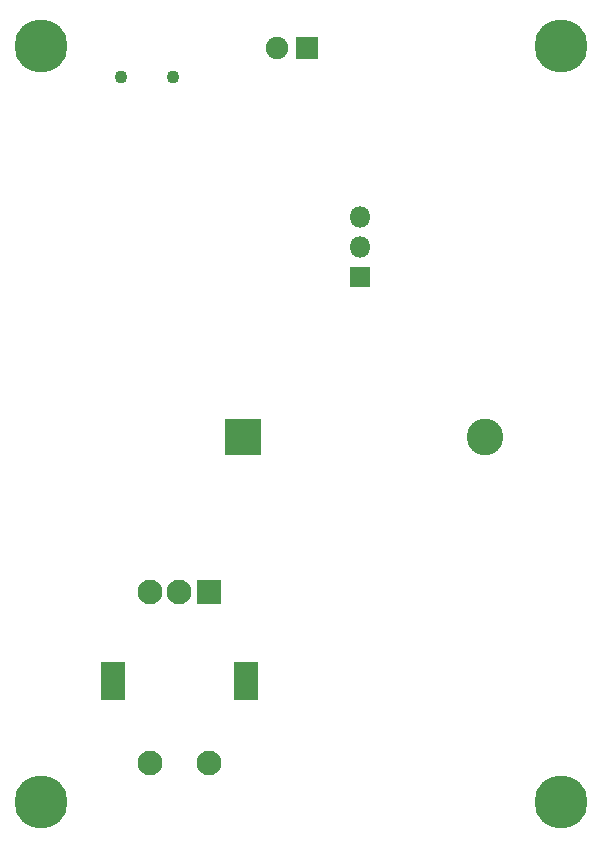
<source format=gbs>
%TF.GenerationSoftware,KiCad,Pcbnew,(5.1.6-0-10_14)*%
%TF.CreationDate,2020-07-28T22:12:12-04:00*%
%TF.ProjectId,uRemote,7552656d-6f74-4652-9e6b-696361645f70,rev?*%
%TF.SameCoordinates,Original*%
%TF.FileFunction,Soldermask,Bot*%
%TF.FilePolarity,Negative*%
%FSLAX46Y46*%
G04 Gerber Fmt 4.6, Leading zero omitted, Abs format (unit mm)*
G04 Created by KiCad (PCBNEW (5.1.6-0-10_14)) date 2020-07-28 22:12:12*
%MOMM*%
%LPD*%
G01*
G04 APERTURE LIST*
%ADD10C,3.100000*%
%ADD11R,3.100000X3.100000*%
%ADD12R,1.900000X1.900000*%
%ADD13C,1.900000*%
%ADD14C,1.100000*%
%ADD15R,1.800000X1.800000*%
%ADD16O,1.800000X1.800000*%
%ADD17C,2.100000*%
%ADD18R,2.100000X3.300000*%
%ADD19R,2.100000X2.100000*%
%ADD20C,4.500000*%
%ADD21C,0.800000*%
G04 APERTURE END LIST*
D10*
%TO.C,BT1*%
X60640000Y-56050000D03*
D11*
X40150000Y-56050000D03*
%TD*%
D12*
%TO.C,D5*%
X45540000Y-23150000D03*
D13*
X43000000Y-23150000D03*
%TD*%
D14*
%TO.C,J2*%
X34200000Y-25600000D03*
X29800000Y-25600000D03*
%TD*%
D15*
%TO.C,BOOT0*%
X50000000Y-42540000D03*
D16*
X50000000Y-40000000D03*
X50000000Y-37460000D03*
%TD*%
D17*
%TO.C,SW1*%
X32228500Y-83710400D03*
X37228500Y-83710400D03*
D18*
X29128500Y-76710400D03*
X40328500Y-76710400D03*
D17*
X32228500Y-69210400D03*
X34728500Y-69210400D03*
D19*
X37228500Y-69210400D03*
%TD*%
D20*
%TO.C,H1*%
X23000000Y-23000000D03*
D21*
X24650000Y-23000000D03*
X24166726Y-24166726D03*
X23000000Y-24650000D03*
X21833274Y-24166726D03*
X21350000Y-23000000D03*
X21833274Y-21833274D03*
X23000000Y-21350000D03*
X24166726Y-21833274D03*
%TD*%
%TO.C,H2*%
X24166726Y-85833274D03*
X23000000Y-85350000D03*
X21833274Y-85833274D03*
X21350000Y-87000000D03*
X21833274Y-88166726D03*
X23000000Y-88650000D03*
X24166726Y-88166726D03*
X24650000Y-87000000D03*
D20*
X23000000Y-87000000D03*
%TD*%
%TO.C,H3*%
X67000000Y-23000000D03*
D21*
X68650000Y-23000000D03*
X68166726Y-24166726D03*
X67000000Y-24650000D03*
X65833274Y-24166726D03*
X65350000Y-23000000D03*
X65833274Y-21833274D03*
X67000000Y-21350000D03*
X68166726Y-21833274D03*
%TD*%
%TO.C,H4*%
X68166726Y-85833274D03*
X67000000Y-85350000D03*
X65833274Y-85833274D03*
X65350000Y-87000000D03*
X65833274Y-88166726D03*
X67000000Y-88650000D03*
X68166726Y-88166726D03*
X68650000Y-87000000D03*
D20*
X67000000Y-87000000D03*
%TD*%
M02*

</source>
